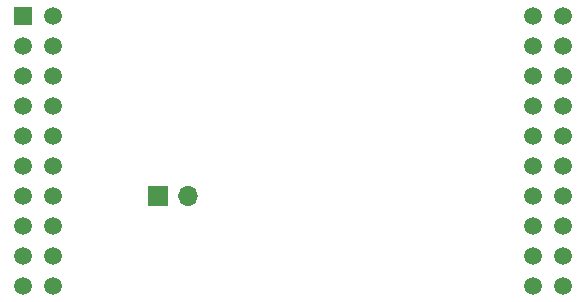
<source format=gbr>
%TF.GenerationSoftware,KiCad,Pcbnew,7.0.0*%
%TF.CreationDate,2023-03-21T20:03:06+00:00*%
%TF.ProjectId,SOIC-8_Breakout,534f4943-2d38-45f4-9272-65616b6f7574,1.0*%
%TF.SameCoordinates,Original*%
%TF.FileFunction,Soldermask,Bot*%
%TF.FilePolarity,Negative*%
%FSLAX46Y46*%
G04 Gerber Fmt 4.6, Leading zero omitted, Abs format (unit mm)*
G04 Created by KiCad (PCBNEW 7.0.0) date 2023-03-21 20:03:06*
%MOMM*%
%LPD*%
G01*
G04 APERTURE LIST*
%ADD10R,1.520000X1.520000*%
%ADD11C,1.520000*%
%ADD12R,1.700000X1.700000*%
%ADD13O,1.700000X1.700000*%
G04 APERTURE END LIST*
D10*
%TO.C,U2*%
X72389999Y-44449999D03*
D11*
X72390000Y-46990000D03*
X72390000Y-49530000D03*
X72390000Y-52070000D03*
X72390000Y-54610000D03*
X72390000Y-57150000D03*
X72390000Y-59690000D03*
X72390000Y-62230000D03*
X72390000Y-64770000D03*
X72390000Y-67310000D03*
X118110000Y-44450000D03*
X74930000Y-44450000D03*
X115570000Y-44450000D03*
X118110000Y-46990000D03*
X74930000Y-46990000D03*
X115570000Y-46990000D03*
X118110000Y-49530000D03*
X74930000Y-49530000D03*
X115570000Y-49530000D03*
X118110000Y-52070000D03*
X74930000Y-52070000D03*
X115570000Y-52070000D03*
X118110000Y-54610000D03*
X74930000Y-54610000D03*
X115570000Y-54610000D03*
X118110000Y-57150000D03*
X74930000Y-57150000D03*
X115570000Y-57150000D03*
X118110000Y-59690000D03*
X74930000Y-59690000D03*
X115570000Y-59690000D03*
X118110000Y-62230000D03*
X74930000Y-62230000D03*
X115570000Y-62230000D03*
X118110000Y-64770000D03*
X74930000Y-64770000D03*
X115570000Y-64770000D03*
X118110000Y-67310000D03*
X74930000Y-67310000D03*
X115570000Y-67310000D03*
%TD*%
D12*
%TO.C,J1*%
X83819999Y-59689999D03*
D13*
X86359999Y-59689999D03*
%TD*%
M02*

</source>
